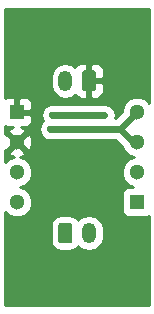
<source format=gbl>
G04 #@! TF.GenerationSoftware,KiCad,Pcbnew,5.0.1-33cea8e~68~ubuntu18.04.1*
G04 #@! TF.CreationDate,2018-11-17T13:39:52+01:00*
G04 #@! TF.ProjectId,MCP1702_SOT89_breakoutmodule_JST,4D4350313730325F534F5438395F6272,rev?*
G04 #@! TF.SameCoordinates,Original*
G04 #@! TF.FileFunction,Copper,L2,Bot,Signal*
G04 #@! TF.FilePolarity,Positive*
%FSLAX46Y46*%
G04 Gerber Fmt 4.6, Leading zero omitted, Abs format (unit mm)*
G04 Created by KiCad (PCBNEW 5.0.1-33cea8e~68~ubuntu18.04.1) date za 17 nov 2018 13:39:52 CET*
%MOMM*%
%LPD*%
G01*
G04 APERTURE LIST*
G04 #@! TA.AperFunction,ComponentPad*
%ADD10R,1.300000X1.300000*%
G04 #@! TD*
G04 #@! TA.AperFunction,ComponentPad*
%ADD11C,1.300000*%
G04 #@! TD*
G04 #@! TA.AperFunction,ComponentPad*
%ADD12R,0.600000X0.600000*%
G04 #@! TD*
G04 #@! TA.AperFunction,ComponentPad*
%ADD13O,1.200000X1.750000*%
G04 #@! TD*
G04 #@! TA.AperFunction,Conductor*
%ADD14C,0.100000*%
G04 #@! TD*
G04 #@! TA.AperFunction,ComponentPad*
%ADD15C,1.200000*%
G04 #@! TD*
G04 #@! TA.AperFunction,ViaPad*
%ADD16C,0.550000*%
G04 #@! TD*
G04 #@! TA.AperFunction,Conductor*
%ADD17C,0.600000*%
G04 #@! TD*
G04 #@! TA.AperFunction,Conductor*
%ADD18C,0.254000*%
G04 #@! TD*
G04 APERTURE END LIST*
D10*
G04 #@! TO.P,J1,1*
G04 #@! TO.N,+12V*
X130810000Y-73660000D03*
D11*
G04 #@! TO.P,J1,2*
X130810000Y-76200000D03*
G04 #@! TO.P,J1,3*
G04 #@! TO.N,GND*
X130810000Y-78740000D03*
G04 #@! TO.P,J1,4*
X130810000Y-81280000D03*
G04 #@! TD*
G04 #@! TO.P,J4,4*
G04 #@! TO.N,VDD*
X140970000Y-73660000D03*
G04 #@! TO.P,J4,3*
X140970000Y-76200000D03*
G04 #@! TO.P,J4,2*
G04 #@! TO.N,GND*
X140970000Y-78740000D03*
D10*
G04 #@! TO.P,J4,1*
X140970000Y-81280000D03*
G04 #@! TD*
D12*
G04 #@! TO.P,U1,TAB*
G04 #@! TO.N,+12V*
X136200000Y-77800000D03*
X135600000Y-77800000D03*
X135600000Y-78400000D03*
X136200000Y-78400000D03*
X135900000Y-79000000D03*
X135900000Y-77200000D03*
G04 #@! TD*
D13*
G04 #@! TO.P,J2,2*
G04 #@! TO.N,GND*
X136900000Y-83900000D03*
D14*
G04 #@! TD*
G04 #@! TO.N,VDD*
G04 #@! TO.C,J2*
G36*
X135274505Y-83026204D02*
X135298773Y-83029804D01*
X135322572Y-83035765D01*
X135345671Y-83044030D01*
X135367850Y-83054520D01*
X135388893Y-83067132D01*
X135408599Y-83081747D01*
X135426777Y-83098223D01*
X135443253Y-83116401D01*
X135457868Y-83136107D01*
X135470480Y-83157150D01*
X135480970Y-83179329D01*
X135489235Y-83202428D01*
X135495196Y-83226227D01*
X135498796Y-83250495D01*
X135500000Y-83274999D01*
X135500000Y-84525001D01*
X135498796Y-84549505D01*
X135495196Y-84573773D01*
X135489235Y-84597572D01*
X135480970Y-84620671D01*
X135470480Y-84642850D01*
X135457868Y-84663893D01*
X135443253Y-84683599D01*
X135426777Y-84701777D01*
X135408599Y-84718253D01*
X135388893Y-84732868D01*
X135367850Y-84745480D01*
X135345671Y-84755970D01*
X135322572Y-84764235D01*
X135298773Y-84770196D01*
X135274505Y-84773796D01*
X135250001Y-84775000D01*
X134549999Y-84775000D01*
X134525495Y-84773796D01*
X134501227Y-84770196D01*
X134477428Y-84764235D01*
X134454329Y-84755970D01*
X134432150Y-84745480D01*
X134411107Y-84732868D01*
X134391401Y-84718253D01*
X134373223Y-84701777D01*
X134356747Y-84683599D01*
X134342132Y-84663893D01*
X134329520Y-84642850D01*
X134319030Y-84620671D01*
X134310765Y-84597572D01*
X134304804Y-84573773D01*
X134301204Y-84549505D01*
X134300000Y-84525001D01*
X134300000Y-83274999D01*
X134301204Y-83250495D01*
X134304804Y-83226227D01*
X134310765Y-83202428D01*
X134319030Y-83179329D01*
X134329520Y-83157150D01*
X134342132Y-83136107D01*
X134356747Y-83116401D01*
X134373223Y-83098223D01*
X134391401Y-83081747D01*
X134411107Y-83067132D01*
X134432150Y-83054520D01*
X134454329Y-83044030D01*
X134477428Y-83035765D01*
X134501227Y-83029804D01*
X134525495Y-83026204D01*
X134549999Y-83025000D01*
X135250001Y-83025000D01*
X135274505Y-83026204D01*
X135274505Y-83026204D01*
G37*
D15*
G04 #@! TO.P,J2,1*
G04 #@! TO.N,VDD*
X134900000Y-83900000D03*
G04 #@! TD*
D14*
G04 #@! TO.N,+12V*
G04 #@! TO.C,J3*
G36*
X137274505Y-70126204D02*
X137298773Y-70129804D01*
X137322572Y-70135765D01*
X137345671Y-70144030D01*
X137367850Y-70154520D01*
X137388893Y-70167132D01*
X137408599Y-70181747D01*
X137426777Y-70198223D01*
X137443253Y-70216401D01*
X137457868Y-70236107D01*
X137470480Y-70257150D01*
X137480970Y-70279329D01*
X137489235Y-70302428D01*
X137495196Y-70326227D01*
X137498796Y-70350495D01*
X137500000Y-70374999D01*
X137500000Y-71625001D01*
X137498796Y-71649505D01*
X137495196Y-71673773D01*
X137489235Y-71697572D01*
X137480970Y-71720671D01*
X137470480Y-71742850D01*
X137457868Y-71763893D01*
X137443253Y-71783599D01*
X137426777Y-71801777D01*
X137408599Y-71818253D01*
X137388893Y-71832868D01*
X137367850Y-71845480D01*
X137345671Y-71855970D01*
X137322572Y-71864235D01*
X137298773Y-71870196D01*
X137274505Y-71873796D01*
X137250001Y-71875000D01*
X136549999Y-71875000D01*
X136525495Y-71873796D01*
X136501227Y-71870196D01*
X136477428Y-71864235D01*
X136454329Y-71855970D01*
X136432150Y-71845480D01*
X136411107Y-71832868D01*
X136391401Y-71818253D01*
X136373223Y-71801777D01*
X136356747Y-71783599D01*
X136342132Y-71763893D01*
X136329520Y-71742850D01*
X136319030Y-71720671D01*
X136310765Y-71697572D01*
X136304804Y-71673773D01*
X136301204Y-71649505D01*
X136300000Y-71625001D01*
X136300000Y-70374999D01*
X136301204Y-70350495D01*
X136304804Y-70326227D01*
X136310765Y-70302428D01*
X136319030Y-70279329D01*
X136329520Y-70257150D01*
X136342132Y-70236107D01*
X136356747Y-70216401D01*
X136373223Y-70198223D01*
X136391401Y-70181747D01*
X136411107Y-70167132D01*
X136432150Y-70154520D01*
X136454329Y-70144030D01*
X136477428Y-70135765D01*
X136501227Y-70129804D01*
X136525495Y-70126204D01*
X136549999Y-70125000D01*
X137250001Y-70125000D01*
X137274505Y-70126204D01*
X137274505Y-70126204D01*
G37*
D15*
G04 #@! TD*
G04 #@! TO.P,J3,1*
G04 #@! TO.N,+12V*
X136900000Y-71000000D03*
D13*
G04 #@! TO.P,J3,2*
G04 #@! TO.N,GND*
X134900000Y-71000000D03*
G04 #@! TD*
D16*
G04 #@! TO.N,GND*
X133800000Y-73900000D03*
X138200000Y-73900000D03*
G04 #@! TO.N,VDD*
X133600000Y-75100000D03*
G04 #@! TD*
D17*
G04 #@! TO.N,GND*
X133800000Y-73900000D02*
X137700000Y-73900000D01*
X137700000Y-73900000D02*
X138200000Y-73900000D01*
G04 #@! TO.N,VDD*
X139530000Y-75100000D02*
X140970000Y-73660000D01*
X133600000Y-75100000D02*
X139530000Y-75100000D01*
X140630000Y-76200000D02*
X139530000Y-75100000D01*
X140970000Y-76200000D02*
X140630000Y-76200000D01*
G04 #@! TD*
D18*
G04 #@! TO.N,+12V*
G36*
X141990000Y-72862735D02*
X141697894Y-72570629D01*
X141225602Y-72375000D01*
X140714398Y-72375000D01*
X140242106Y-72570629D01*
X139880629Y-72932106D01*
X139685000Y-73404398D01*
X139685000Y-73622711D01*
X139142711Y-74165000D01*
X139100605Y-74165000D01*
X139153317Y-73900000D01*
X139080750Y-73535181D01*
X138874097Y-73225903D01*
X138564819Y-73019250D01*
X138292086Y-72965000D01*
X133707914Y-72965000D01*
X133435181Y-73019250D01*
X133125903Y-73225903D01*
X132919250Y-73535181D01*
X132846683Y-73900000D01*
X132919250Y-74264819D01*
X132995715Y-74379256D01*
X132925903Y-74425903D01*
X132719250Y-74735181D01*
X132646683Y-75100000D01*
X132719250Y-75464819D01*
X132925903Y-75774097D01*
X133235181Y-75980750D01*
X133507914Y-76035000D01*
X139142711Y-76035000D01*
X139771046Y-76663335D01*
X139880629Y-76927894D01*
X140242106Y-77289371D01*
X140678185Y-77470000D01*
X140242106Y-77650629D01*
X139880629Y-78012106D01*
X139685000Y-78484398D01*
X139685000Y-78995602D01*
X139880629Y-79467894D01*
X140242106Y-79829371D01*
X140611938Y-79982560D01*
X140320000Y-79982560D01*
X140072235Y-80031843D01*
X139862191Y-80172191D01*
X139721843Y-80382235D01*
X139672560Y-80630000D01*
X139672560Y-81930000D01*
X139721843Y-82177765D01*
X139862191Y-82387809D01*
X140072235Y-82528157D01*
X140320000Y-82577440D01*
X141620000Y-82577440D01*
X141867765Y-82528157D01*
X141990001Y-82446481D01*
X141990001Y-89990000D01*
X129810000Y-89990000D01*
X129810000Y-83274999D01*
X133652560Y-83274999D01*
X133652560Y-84525001D01*
X133720873Y-84868436D01*
X133915414Y-85159586D01*
X134206564Y-85354127D01*
X134549999Y-85422440D01*
X135250001Y-85422440D01*
X135593436Y-85354127D01*
X135884586Y-85159586D01*
X135978573Y-85018926D01*
X136009616Y-85065385D01*
X136418128Y-85338344D01*
X136900000Y-85434195D01*
X137381873Y-85338344D01*
X137790385Y-85065385D01*
X138063344Y-84656872D01*
X138135000Y-84296635D01*
X138135000Y-83503364D01*
X138063344Y-83143127D01*
X137790385Y-82734615D01*
X137381872Y-82461656D01*
X136900000Y-82365805D01*
X136418127Y-82461656D01*
X136009615Y-82734615D01*
X135978572Y-82781074D01*
X135884586Y-82640414D01*
X135593436Y-82445873D01*
X135250001Y-82377560D01*
X134549999Y-82377560D01*
X134206564Y-82445873D01*
X133915414Y-82640414D01*
X133720873Y-82931564D01*
X133652560Y-83274999D01*
X129810000Y-83274999D01*
X129810000Y-82097265D01*
X130082106Y-82369371D01*
X130554398Y-82565000D01*
X131065602Y-82565000D01*
X131537894Y-82369371D01*
X131899371Y-82007894D01*
X132095000Y-81535602D01*
X132095000Y-81024398D01*
X131899371Y-80552106D01*
X131537894Y-80190629D01*
X131101815Y-80010000D01*
X131537894Y-79829371D01*
X131899371Y-79467894D01*
X132095000Y-78995602D01*
X132095000Y-78484398D01*
X131899371Y-78012106D01*
X131537894Y-77650629D01*
X131102366Y-77470228D01*
X131139428Y-77468083D01*
X131473729Y-77329611D01*
X131529410Y-77099016D01*
X130810000Y-76379605D01*
X130090590Y-77099016D01*
X130146271Y-77329611D01*
X130532574Y-77464040D01*
X130082106Y-77650629D01*
X129810000Y-77922735D01*
X129810000Y-76895026D01*
X129910984Y-76919410D01*
X130630395Y-76200000D01*
X130989605Y-76200000D01*
X131709016Y-76919410D01*
X131939611Y-76863729D01*
X132107622Y-76380922D01*
X132078083Y-75870572D01*
X131939611Y-75536271D01*
X131709016Y-75480590D01*
X130989605Y-76200000D01*
X130630395Y-76200000D01*
X129910984Y-75480590D01*
X129810000Y-75504974D01*
X129810000Y-74852344D01*
X130033690Y-74945000D01*
X130448987Y-74945000D01*
X130146271Y-75070389D01*
X130090590Y-75300984D01*
X130810000Y-76020395D01*
X131529410Y-75300984D01*
X131473729Y-75070389D01*
X131113403Y-74945000D01*
X131586310Y-74945000D01*
X131819699Y-74848327D01*
X131998327Y-74669698D01*
X132095000Y-74436309D01*
X132095000Y-73945750D01*
X131936250Y-73787000D01*
X130937000Y-73787000D01*
X130937000Y-73807000D01*
X130683000Y-73807000D01*
X130683000Y-73787000D01*
X130663000Y-73787000D01*
X130663000Y-73533000D01*
X130683000Y-73533000D01*
X130683000Y-72533750D01*
X130937000Y-72533750D01*
X130937000Y-73533000D01*
X131936250Y-73533000D01*
X132095000Y-73374250D01*
X132095000Y-72883691D01*
X131998327Y-72650302D01*
X131819699Y-72471673D01*
X131586310Y-72375000D01*
X131095750Y-72375000D01*
X130937000Y-72533750D01*
X130683000Y-72533750D01*
X130524250Y-72375000D01*
X130033690Y-72375000D01*
X129810000Y-72467656D01*
X129810000Y-70603364D01*
X133665000Y-70603364D01*
X133665000Y-71396635D01*
X133736656Y-71756872D01*
X134009615Y-72165385D01*
X134418127Y-72438344D01*
X134900000Y-72534195D01*
X135381872Y-72438344D01*
X135745410Y-72195436D01*
X135761673Y-72234699D01*
X135940302Y-72413327D01*
X136173691Y-72510000D01*
X136614250Y-72510000D01*
X136773000Y-72351250D01*
X136773000Y-71127000D01*
X137027000Y-71127000D01*
X137027000Y-72351250D01*
X137185750Y-72510000D01*
X137626309Y-72510000D01*
X137859698Y-72413327D01*
X138038327Y-72234699D01*
X138135000Y-72001310D01*
X138135000Y-71285750D01*
X137976250Y-71127000D01*
X137027000Y-71127000D01*
X136773000Y-71127000D01*
X136753000Y-71127000D01*
X136753000Y-70873000D01*
X136773000Y-70873000D01*
X136773000Y-69648750D01*
X137027000Y-69648750D01*
X137027000Y-70873000D01*
X137976250Y-70873000D01*
X138135000Y-70714250D01*
X138135000Y-69998690D01*
X138038327Y-69765301D01*
X137859698Y-69586673D01*
X137626309Y-69490000D01*
X137185750Y-69490000D01*
X137027000Y-69648750D01*
X136773000Y-69648750D01*
X136614250Y-69490000D01*
X136173691Y-69490000D01*
X135940302Y-69586673D01*
X135761673Y-69765301D01*
X135745410Y-69804564D01*
X135381873Y-69561656D01*
X134900000Y-69465805D01*
X134418128Y-69561656D01*
X134009616Y-69834615D01*
X133736656Y-70243127D01*
X133665000Y-70603364D01*
X129810000Y-70603364D01*
X129810000Y-64910000D01*
X141990000Y-64910000D01*
X141990000Y-72862735D01*
X141990000Y-72862735D01*
G37*
X141990000Y-72862735D02*
X141697894Y-72570629D01*
X141225602Y-72375000D01*
X140714398Y-72375000D01*
X140242106Y-72570629D01*
X139880629Y-72932106D01*
X139685000Y-73404398D01*
X139685000Y-73622711D01*
X139142711Y-74165000D01*
X139100605Y-74165000D01*
X139153317Y-73900000D01*
X139080750Y-73535181D01*
X138874097Y-73225903D01*
X138564819Y-73019250D01*
X138292086Y-72965000D01*
X133707914Y-72965000D01*
X133435181Y-73019250D01*
X133125903Y-73225903D01*
X132919250Y-73535181D01*
X132846683Y-73900000D01*
X132919250Y-74264819D01*
X132995715Y-74379256D01*
X132925903Y-74425903D01*
X132719250Y-74735181D01*
X132646683Y-75100000D01*
X132719250Y-75464819D01*
X132925903Y-75774097D01*
X133235181Y-75980750D01*
X133507914Y-76035000D01*
X139142711Y-76035000D01*
X139771046Y-76663335D01*
X139880629Y-76927894D01*
X140242106Y-77289371D01*
X140678185Y-77470000D01*
X140242106Y-77650629D01*
X139880629Y-78012106D01*
X139685000Y-78484398D01*
X139685000Y-78995602D01*
X139880629Y-79467894D01*
X140242106Y-79829371D01*
X140611938Y-79982560D01*
X140320000Y-79982560D01*
X140072235Y-80031843D01*
X139862191Y-80172191D01*
X139721843Y-80382235D01*
X139672560Y-80630000D01*
X139672560Y-81930000D01*
X139721843Y-82177765D01*
X139862191Y-82387809D01*
X140072235Y-82528157D01*
X140320000Y-82577440D01*
X141620000Y-82577440D01*
X141867765Y-82528157D01*
X141990001Y-82446481D01*
X141990001Y-89990000D01*
X129810000Y-89990000D01*
X129810000Y-83274999D01*
X133652560Y-83274999D01*
X133652560Y-84525001D01*
X133720873Y-84868436D01*
X133915414Y-85159586D01*
X134206564Y-85354127D01*
X134549999Y-85422440D01*
X135250001Y-85422440D01*
X135593436Y-85354127D01*
X135884586Y-85159586D01*
X135978573Y-85018926D01*
X136009616Y-85065385D01*
X136418128Y-85338344D01*
X136900000Y-85434195D01*
X137381873Y-85338344D01*
X137790385Y-85065385D01*
X138063344Y-84656872D01*
X138135000Y-84296635D01*
X138135000Y-83503364D01*
X138063344Y-83143127D01*
X137790385Y-82734615D01*
X137381872Y-82461656D01*
X136900000Y-82365805D01*
X136418127Y-82461656D01*
X136009615Y-82734615D01*
X135978572Y-82781074D01*
X135884586Y-82640414D01*
X135593436Y-82445873D01*
X135250001Y-82377560D01*
X134549999Y-82377560D01*
X134206564Y-82445873D01*
X133915414Y-82640414D01*
X133720873Y-82931564D01*
X133652560Y-83274999D01*
X129810000Y-83274999D01*
X129810000Y-82097265D01*
X130082106Y-82369371D01*
X130554398Y-82565000D01*
X131065602Y-82565000D01*
X131537894Y-82369371D01*
X131899371Y-82007894D01*
X132095000Y-81535602D01*
X132095000Y-81024398D01*
X131899371Y-80552106D01*
X131537894Y-80190629D01*
X131101815Y-80010000D01*
X131537894Y-79829371D01*
X131899371Y-79467894D01*
X132095000Y-78995602D01*
X132095000Y-78484398D01*
X131899371Y-78012106D01*
X131537894Y-77650629D01*
X131102366Y-77470228D01*
X131139428Y-77468083D01*
X131473729Y-77329611D01*
X131529410Y-77099016D01*
X130810000Y-76379605D01*
X130090590Y-77099016D01*
X130146271Y-77329611D01*
X130532574Y-77464040D01*
X130082106Y-77650629D01*
X129810000Y-77922735D01*
X129810000Y-76895026D01*
X129910984Y-76919410D01*
X130630395Y-76200000D01*
X130989605Y-76200000D01*
X131709016Y-76919410D01*
X131939611Y-76863729D01*
X132107622Y-76380922D01*
X132078083Y-75870572D01*
X131939611Y-75536271D01*
X131709016Y-75480590D01*
X130989605Y-76200000D01*
X130630395Y-76200000D01*
X129910984Y-75480590D01*
X129810000Y-75504974D01*
X129810000Y-74852344D01*
X130033690Y-74945000D01*
X130448987Y-74945000D01*
X130146271Y-75070389D01*
X130090590Y-75300984D01*
X130810000Y-76020395D01*
X131529410Y-75300984D01*
X131473729Y-75070389D01*
X131113403Y-74945000D01*
X131586310Y-74945000D01*
X131819699Y-74848327D01*
X131998327Y-74669698D01*
X132095000Y-74436309D01*
X132095000Y-73945750D01*
X131936250Y-73787000D01*
X130937000Y-73787000D01*
X130937000Y-73807000D01*
X130683000Y-73807000D01*
X130683000Y-73787000D01*
X130663000Y-73787000D01*
X130663000Y-73533000D01*
X130683000Y-73533000D01*
X130683000Y-72533750D01*
X130937000Y-72533750D01*
X130937000Y-73533000D01*
X131936250Y-73533000D01*
X132095000Y-73374250D01*
X132095000Y-72883691D01*
X131998327Y-72650302D01*
X131819699Y-72471673D01*
X131586310Y-72375000D01*
X131095750Y-72375000D01*
X130937000Y-72533750D01*
X130683000Y-72533750D01*
X130524250Y-72375000D01*
X130033690Y-72375000D01*
X129810000Y-72467656D01*
X129810000Y-70603364D01*
X133665000Y-70603364D01*
X133665000Y-71396635D01*
X133736656Y-71756872D01*
X134009615Y-72165385D01*
X134418127Y-72438344D01*
X134900000Y-72534195D01*
X135381872Y-72438344D01*
X135745410Y-72195436D01*
X135761673Y-72234699D01*
X135940302Y-72413327D01*
X136173691Y-72510000D01*
X136614250Y-72510000D01*
X136773000Y-72351250D01*
X136773000Y-71127000D01*
X137027000Y-71127000D01*
X137027000Y-72351250D01*
X137185750Y-72510000D01*
X137626309Y-72510000D01*
X137859698Y-72413327D01*
X138038327Y-72234699D01*
X138135000Y-72001310D01*
X138135000Y-71285750D01*
X137976250Y-71127000D01*
X137027000Y-71127000D01*
X136773000Y-71127000D01*
X136753000Y-71127000D01*
X136753000Y-70873000D01*
X136773000Y-70873000D01*
X136773000Y-69648750D01*
X137027000Y-69648750D01*
X137027000Y-70873000D01*
X137976250Y-70873000D01*
X138135000Y-70714250D01*
X138135000Y-69998690D01*
X138038327Y-69765301D01*
X137859698Y-69586673D01*
X137626309Y-69490000D01*
X137185750Y-69490000D01*
X137027000Y-69648750D01*
X136773000Y-69648750D01*
X136614250Y-69490000D01*
X136173691Y-69490000D01*
X135940302Y-69586673D01*
X135761673Y-69765301D01*
X135745410Y-69804564D01*
X135381873Y-69561656D01*
X134900000Y-69465805D01*
X134418128Y-69561656D01*
X134009616Y-69834615D01*
X133736656Y-70243127D01*
X133665000Y-70603364D01*
X129810000Y-70603364D01*
X129810000Y-64910000D01*
X141990000Y-64910000D01*
X141990000Y-72862735D01*
G04 #@! TD*
M02*

</source>
